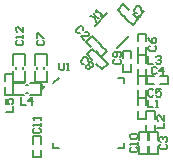
<source format=gto>
%FSLAX24Y24*%
%MOIN*%
G70*
G01*
G75*
G04 Layer_Color=65535*
%ADD10R,0.0400X0.0370*%
%ADD11R,0.0315X0.0295*%
%ADD12R,0.0197X0.0236*%
%ADD13R,0.0197X0.0256*%
%ADD14R,0.0295X0.0315*%
G04:AMPARAMS|DCode=15|XSize=19.7mil|YSize=23.6mil|CornerRadius=0mil|HoleSize=0mil|Usage=FLASHONLY|Rotation=45.000|XOffset=0mil|YOffset=0mil|HoleType=Round|Shape=Rectangle|*
%AMROTATEDRECTD15*
4,1,4,0.0014,-0.0153,-0.0153,0.0014,-0.0014,0.0153,0.0153,-0.0014,0.0014,-0.0153,0.0*
%
%ADD15ROTATEDRECTD15*%

G04:AMPARAMS|DCode=16|XSize=47.2mil|YSize=43.3mil|CornerRadius=0mil|HoleSize=0mil|Usage=FLASHONLY|Rotation=225.000|XOffset=0mil|YOffset=0mil|HoleType=Round|Shape=Rectangle|*
%AMROTATEDRECTD16*
4,1,4,0.0014,0.0320,0.0320,0.0014,-0.0014,-0.0320,-0.0320,-0.0014,0.0014,0.0320,0.0*
%
%ADD16ROTATEDRECTD16*%

%ADD17O,0.0256X0.0079*%
%ADD18O,0.0079X0.0256*%
%ADD19R,0.1850X0.1850*%
%ADD20R,0.0236X0.0197*%
%ADD21C,0.0090*%
%ADD22C,0.0150*%
%ADD23C,0.0060*%
%ADD24C,0.0080*%
%ADD25C,0.0370*%
%ADD26C,0.0240*%
%ADD27C,0.0260*%
%ADD28C,0.0098*%
%ADD29C,0.0079*%
%ADD30C,0.0050*%
D23*
X-2103Y1608D02*
Y1973D01*
Y1047D02*
Y1412D01*
X-2497Y1608D02*
Y1973D01*
Y1047D02*
Y1412D01*
Y1047D02*
X-2103D01*
X-2497Y1973D02*
X-2103D01*
X1702Y-1354D02*
X1978D01*
X1702Y-646D02*
X1978D01*
Y-902D02*
Y-646D01*
Y-1354D02*
Y-1098D01*
X1702Y-902D02*
Y-646D01*
Y-1354D02*
Y-1098D01*
X-2502Y1058D02*
Y1314D01*
Y606D02*
Y862D01*
X-2778Y1058D02*
Y1314D01*
Y606D02*
Y862D01*
Y606D02*
X-2502D01*
X-2778Y1314D02*
X-2502D01*
X-1577Y603D02*
Y997D01*
X-2503Y603D02*
Y997D01*
X-1942Y603D02*
X-1577D01*
X-2503D02*
X-2138D01*
X-1942Y997D02*
X-1577D01*
X-2503D02*
X-2138D01*
X1473Y2922D02*
X1668Y3117D01*
X972Y3423D02*
X1167Y3618D01*
X1348Y3437D01*
X1487Y3298D02*
X1668Y3117D01*
X972Y3423D02*
X1153Y3242D01*
X1292Y3103D02*
X1473Y2922D01*
X1173Y3220D02*
X1270Y3123D01*
X212Y2900D02*
X630Y3318D01*
X311Y2370D02*
X414Y2267D01*
X950Y2162D02*
X1365Y2577D01*
X-1858Y-1474D02*
X-1582D01*
X-1858Y-766D02*
X-1582D01*
Y-1022D02*
Y-766D01*
Y-1474D02*
Y-1218D01*
X-1858Y-1022D02*
Y-766D01*
Y-1474D02*
Y-1218D01*
X-58Y1953D02*
X137Y2148D01*
X443Y1452D02*
X638Y1647D01*
X262Y1633D02*
X443Y1452D01*
X-58Y1953D02*
X123Y1772D01*
X457Y1828D02*
X638Y1647D01*
X137Y2148D02*
X318Y1967D01*
X-1393Y1608D02*
Y1973D01*
Y1047D02*
Y1412D01*
X-1787Y1608D02*
Y1973D01*
Y1047D02*
Y1412D01*
Y1047D02*
X-1393D01*
X-1787Y1973D02*
X-1393D01*
X1152Y2074D02*
X1428D01*
X1152Y1366D02*
X1428D01*
X1152D02*
Y1622D01*
Y1818D02*
Y2074D01*
X1428Y1366D02*
Y1622D01*
Y1818D02*
Y2074D01*
X-78Y2373D02*
X117Y2568D01*
X423Y1872D02*
X618Y2067D01*
X242Y2053D02*
X423Y1872D01*
X-78Y2373D02*
X103Y2192D01*
X437Y2248D02*
X618Y2067D01*
X117Y2568D02*
X298Y2387D01*
X1652Y1934D02*
X1928Y1934D01*
X1652Y1226D02*
X1928Y1226D01*
X1652Y1226D02*
Y1482D01*
X1652Y1678D02*
X1652Y1934D01*
X1928Y1226D02*
Y1482D01*
Y1678D02*
Y1934D01*
X1932Y64D02*
X2208D01*
X1932Y-644D02*
X2208D01*
X1932D02*
Y-388D01*
Y-192D02*
Y64D01*
X2208Y-644D02*
Y-388D01*
Y-192D02*
Y64D01*
X1652Y2644D02*
X1928D01*
X1652Y1936D02*
X1928D01*
X1652D02*
Y2192D01*
Y2388D02*
Y2644D01*
X1928Y1936D02*
Y2192D01*
Y2388D02*
Y2644D01*
X2032Y-1354D02*
X2308D01*
X2032Y-646D02*
X2308D01*
Y-902D02*
Y-646D01*
Y-1354D02*
Y-1098D01*
X2032Y-646D02*
X2032Y-902D01*
X2032Y-1354D02*
Y-1098D01*
X2654Y952D02*
Y1228D01*
X1946Y952D02*
Y1228D01*
X2202D01*
X2398D02*
X2654D01*
X1946Y952D02*
X2202D01*
X2398D02*
X2654D01*
X1652Y1224D02*
X1928D01*
X1652Y516D02*
X1928D01*
X1652D02*
X1652Y772D01*
X1652Y968D02*
Y1224D01*
X1928Y516D02*
Y772D01*
Y968D02*
Y1224D01*
X1652Y514D02*
X1928D01*
X1652Y-194D02*
X1928D01*
X1652D02*
Y62D01*
X1652Y258D02*
X1652Y514D01*
X1928Y-194D02*
Y62D01*
Y258D02*
Y514D01*
D28*
X-1486Y866D02*
G03*
X-1486Y866I-49J0D01*
G01*
D29*
X-2182Y1471D02*
Y1549D01*
X-2418Y1471D02*
Y1549D01*
X-2079Y682D02*
X-2001D01*
X-2079Y918D02*
X-2001D01*
X-1181Y984D02*
X-984Y1181D01*
X984D02*
X1181D01*
Y984D02*
Y1181D01*
Y-1181D02*
Y-984D01*
X984Y-1181D02*
X1181D01*
X-1181D02*
X-984D01*
X-1181D02*
Y-984D01*
X-1472Y1471D02*
Y1549D01*
X-1708Y1471D02*
Y1549D01*
D30*
X-2381Y2419D02*
X-2422Y2377D01*
Y2294D01*
X-2381Y2252D01*
X-2214D01*
X-2173Y2294D01*
Y2377D01*
X-2214Y2419D01*
X-2173Y2502D02*
Y2585D01*
Y2543D01*
X-2422D01*
X-2381Y2502D01*
X-2173Y2877D02*
Y2710D01*
X-2339Y2877D01*
X-2381D01*
X-2422Y2835D01*
Y2752D01*
X-2381Y2710D01*
X1432Y-1143D02*
X1390Y-1185D01*
Y-1268D01*
X1432Y-1310D01*
X1598D01*
X1640Y-1268D01*
Y-1185D01*
X1598Y-1143D01*
X1640Y-1060D02*
Y-977D01*
Y-1018D01*
X1390D01*
X1432Y-1060D01*
Y-852D02*
X1390Y-810D01*
Y-727D01*
X1432Y-685D01*
X1598D01*
X1640Y-727D01*
Y-810D01*
X1598Y-852D01*
X1432D01*
X-2762Y50D02*
X-2512D01*
Y217D01*
X-2762Y467D02*
Y300D01*
X-2637D01*
X-2679Y383D01*
Y425D01*
X-2637Y467D01*
X-2554D01*
X-2512Y425D01*
Y342D01*
X-2554Y300D01*
X-2252Y520D02*
Y270D01*
X-2085D01*
X-1877D02*
Y520D01*
X-2002Y395D01*
X-1836D01*
X1745Y3449D02*
Y3508D01*
X1686Y3567D01*
X1627D01*
X1509Y3449D01*
Y3391D01*
X1568Y3332D01*
X1627D01*
X1657Y3243D02*
X1716Y3184D01*
X1686Y3214D01*
X1863Y3391D01*
X1804D01*
X63Y3227D02*
X358Y3168D01*
X181Y3345D02*
X240Y3050D01*
X417Y3227D02*
X476Y3286D01*
X446Y3256D01*
X269Y3433D01*
Y3374D01*
X-970Y1670D02*
Y1462D01*
X-928Y1420D01*
X-845D01*
X-803Y1462D01*
Y1670D01*
X-720Y1420D02*
X-637D01*
X-678D01*
Y1670D01*
X-720Y1628D01*
X-1800Y-513D02*
X-1842Y-555D01*
Y-638D01*
X-1800Y-680D01*
X-1634D01*
X-1592Y-638D01*
Y-555D01*
X-1634Y-513D01*
X-1592Y-430D02*
Y-347D01*
Y-388D01*
X-1842D01*
X-1800Y-430D01*
X-1592Y-222D02*
Y-139D01*
Y-180D01*
X-1842D01*
X-1800Y-222D01*
X-25Y1749D02*
Y1808D01*
X-84Y1867D01*
X-143D01*
X-261Y1749D01*
Y1691D01*
X-202Y1632D01*
X-143D01*
X34Y1691D02*
X93D01*
X152Y1632D01*
Y1573D01*
X122Y1543D01*
X63D01*
X63Y1484D01*
X34Y1455D01*
X-25D01*
X-84Y1514D01*
Y1573D01*
X-54Y1602D01*
X5Y1602D01*
Y1661D01*
X34Y1691D01*
X5Y1602D02*
X63Y1543D01*
X-1671Y2419D02*
X-1712Y2377D01*
Y2294D01*
X-1671Y2252D01*
X-1504D01*
X-1463Y2294D01*
Y2377D01*
X-1504Y2419D01*
X-1712Y2502D02*
Y2668D01*
X-1671D01*
X-1504Y2502D01*
X-1463D01*
X872Y1787D02*
X830Y1745D01*
Y1662D01*
X872Y1620D01*
X1038D01*
X1080Y1662D01*
Y1745D01*
X1038Y1787D01*
Y1870D02*
X1080Y1912D01*
Y1995D01*
X1038Y2037D01*
X872D01*
X830Y1995D01*
Y1912D01*
X872Y1870D01*
X913D01*
X955Y1912D01*
Y2037D01*
X-165Y2769D02*
Y2828D01*
X-224Y2887D01*
X-283D01*
X-401Y2769D01*
Y2711D01*
X-342Y2652D01*
X-283D01*
X-135Y2445D02*
X-253Y2563D01*
X-18D01*
X12Y2593D01*
Y2652D01*
X-47Y2711D01*
X-106D01*
X2000Y1900D02*
Y1650D01*
X2167D01*
X2250Y1858D02*
X2292Y1900D01*
X2375D01*
X2417Y1858D01*
Y1817D01*
X2375Y1775D01*
X2333D01*
X2375D01*
X2417Y1733D01*
Y1692D01*
X2375Y1650D01*
X2292D01*
X2250Y1692D01*
X2280Y-500D02*
X2530D01*
Y-333D01*
Y-83D02*
Y-250D01*
X2363Y-83D01*
X2322D01*
X2280Y-125D01*
Y-208D01*
X2322Y-250D01*
X2000Y450D02*
Y200D01*
X2167D01*
X2250D02*
X2333D01*
X2292D01*
Y450D01*
X2250Y408D01*
X2042Y2247D02*
X2000Y2205D01*
Y2122D01*
X2042Y2080D01*
X2208D01*
X2250Y2122D01*
Y2205D01*
X2208Y2247D01*
X2000Y2497D02*
X2042Y2413D01*
X2125Y2330D01*
X2208D01*
X2250Y2372D01*
Y2455D01*
X2208Y2497D01*
X2167D01*
X2125Y2455D01*
Y2330D01*
X2167Y758D02*
X2125Y800D01*
X2042D01*
X2000Y758D01*
Y592D01*
X2042Y550D01*
X2125D01*
X2167Y592D01*
X2417Y800D02*
X2250D01*
Y675D01*
X2333Y717D01*
X2375D01*
X2417Y675D01*
Y592D01*
X2375Y550D01*
X2292D01*
X2250Y592D01*
X2412Y-1043D02*
X2370Y-1085D01*
Y-1168D01*
X2412Y-1210D01*
X2578D01*
X2620Y-1168D01*
Y-1085D01*
X2578Y-1043D01*
X2412Y-960D02*
X2370Y-918D01*
Y-835D01*
X2412Y-793D01*
X2453D01*
X2495Y-835D01*
Y-877D01*
Y-835D01*
X2537Y-793D01*
X2578D01*
X2620Y-835D01*
Y-918D01*
X2578Y-960D01*
X2277Y1498D02*
X2235Y1540D01*
X2152D01*
X2110Y1498D01*
Y1332D01*
X2152Y1290D01*
X2235D01*
X2277Y1332D01*
X2485Y1290D02*
Y1540D01*
X2360Y1415D01*
X2527D01*
M02*

</source>
